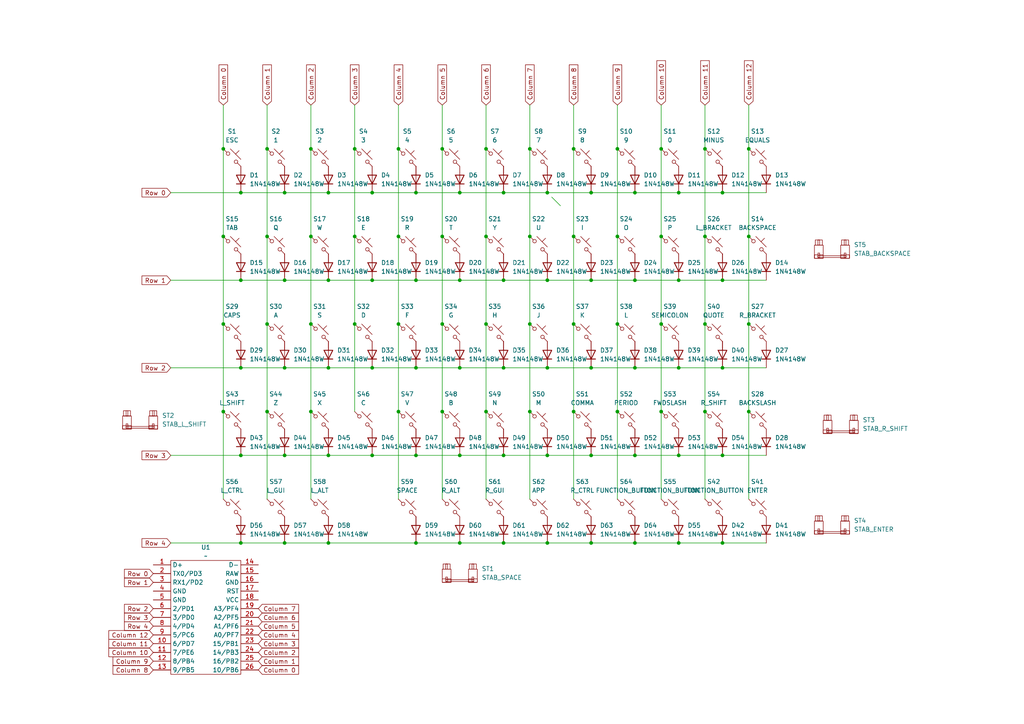
<source format=kicad_sch>
(kicad_sch (version 20231120) (generator "eeschema") (generator_version "8.0")
  (paper "A4")
  (junction (at 115.57 68.58))
  (junction (at 146.05 157.48))
  (junction (at 179.07 119.38))
  (junction (at 158.75 132.08))
  (junction (at 166.37 119.38))
  (junction (at 133.35 132.08))
  (junction (at 209.55 157.48))
  (junction (at 107.95 55.88))
  (junction (at 82.55 55.88))
  (junction (at 69.85 132.08))
  (junction (at 146.05 55.88))
  (junction (at 90.17 119.38))
  (junction (at 69.85 81.28))
  (junction (at 146.05 132.08))
  (junction (at 171.45 81.28))
  (junction (at 64.77 68.58))
  (junction (at 184.15 157.48))
  (junction (at 90.17 43.18))
  (junction (at 153.67 119.38))
  (junction (at 196.85 106.68))
  (junction (at 133.35 55.88))
  (junction (at 209.55 132.08))
  (junction (at 107.95 81.28))
  (junction (at 217.17 93.98))
  (junction (at 69.85 106.68))
  (junction (at 191.77 119.38))
  (junction (at 204.47 68.58))
  (junction (at 140.97 119.38))
  (junction (at 77.47 43.18))
  (junction (at 115.57 93.98))
  (junction (at 166.37 93.98))
  (junction (at 196.85 81.28))
  (junction (at 133.35 106.68))
  (junction (at 102.87 93.98))
  (junction (at 95.25 81.28))
  (junction (at 171.45 55.88))
  (junction (at 184.15 55.88))
  (junction (at 90.17 93.98))
  (junction (at 69.85 55.88))
  (junction (at 217.17 68.58))
  (junction (at 146.05 81.28))
  (junction (at 102.87 43.18))
  (junction (at 158.75 55.88))
  (junction (at 204.47 93.98))
  (junction (at 217.17 119.38))
  (junction (at 179.07 68.58))
  (junction (at 184.15 106.68))
  (junction (at 209.55 55.88))
  (junction (at 120.65 132.08))
  (junction (at 95.25 157.48))
  (junction (at 209.55 81.28))
  (junction (at 146.05 106.68))
  (junction (at 204.47 43.18))
  (junction (at 158.75 157.48))
  (junction (at 196.85 157.48))
  (junction (at 120.65 157.48))
  (junction (at 128.27 93.98))
  (junction (at 204.47 119.38))
  (junction (at 184.15 132.08))
  (junction (at 64.77 43.18))
  (junction (at 171.45 106.68))
  (junction (at 171.45 132.08))
  (junction (at 133.35 81.28))
  (junction (at 140.97 93.98))
  (junction (at 82.55 106.68))
  (junction (at 184.15 81.28))
  (junction (at 128.27 68.58))
  (junction (at 153.67 93.98))
  (junction (at 166.37 43.18))
  (junction (at 82.55 157.48))
  (junction (at 64.77 119.38))
  (junction (at 166.37 68.58))
  (junction (at 77.47 93.98))
  (junction (at 133.35 157.48))
  (junction (at 179.07 43.18))
  (junction (at 64.77 93.98))
  (junction (at 95.25 55.88))
  (junction (at 107.95 132.08))
  (junction (at 128.27 119.38))
  (junction (at 158.75 81.28))
  (junction (at 77.47 119.38))
  (junction (at 153.67 43.18))
  (junction (at 140.97 68.58))
  (junction (at 191.77 93.98))
  (junction (at 140.97 43.18))
  (junction (at 128.27 43.18))
  (junction (at 95.25 132.08))
  (junction (at 120.65 106.68))
  (junction (at 196.85 132.08))
  (junction (at 209.55 106.68))
  (junction (at 69.85 157.48))
  (junction (at 77.47 68.58))
  (junction (at 217.17 43.18))
  (junction (at 82.55 81.28))
  (junction (at 115.57 119.38))
  (junction (at 115.57 43.18))
  (junction (at 120.65 81.28))
  (junction (at 196.85 55.88))
  (junction (at 191.77 68.58))
  (junction (at 179.07 93.98))
  (junction (at 191.77 43.18))
  (junction (at 95.25 106.68))
  (junction (at 120.65 55.88))
  (junction (at 158.75 106.68))
  (junction (at 153.67 68.58))
  (junction (at 107.95 106.68))
  (junction (at 171.45 157.48))
  (junction (at 82.55 132.08))
  (junction (at 102.87 68.58))
  (junction (at 90.17 68.58))
  (bus_entry (at 160.02 57.15) (size 2.54 2.54))
  (wire (pts (xy 191.77 119.38) (xy 191.77 144.78)))
  (wire (pts (xy 158.75 132.08) (xy 171.45 132.08)))
  (wire (pts (xy 217.17 119.38) (xy 217.17 144.78)))
  (wire (pts (xy 82.55 132.08) (xy 95.25 132.08)))
  (wire (pts (xy 171.45 157.48) (xy 184.15 157.48)))
  (wire (pts (xy 77.47 43.18) (xy 77.47 68.58)))
  (wire (pts (xy 102.87 93.98) (xy 102.87 119.38)))
  (wire (pts (xy 217.17 68.58) (xy 217.17 93.98)))
  (wire (pts (xy 133.35 81.28) (xy 146.05 81.28)))
  (wire (pts (xy 196.85 106.68) (xy 209.55 106.68)))
  (wire (pts (xy 196.85 132.08) (xy 209.55 132.08)))
  (wire (pts (xy 146.05 55.88) (xy 158.75 55.88)))
  (wire (pts (xy 90.17 43.18) (xy 90.17 68.58)))
  (wire (pts (xy 82.55 55.88) (xy 95.25 55.88)))
  (wire (pts (xy 128.27 30.48) (xy 128.27 43.18)))
  (wire (pts (xy 191.77 68.58) (xy 191.77 93.98)))
  (wire (pts (xy 166.37 93.98) (xy 166.37 119.38)))
  (wire (pts (xy 90.17 30.48) (xy 90.17 43.18)))
  (wire (pts (xy 217.17 30.48) (xy 217.17 43.18)))
  (wire (pts (xy 204.47 43.18) (xy 204.47 68.58)))
  (wire (pts (xy 196.85 157.48) (xy 209.55 157.48)))
  (wire (pts (xy 120.65 55.88) (xy 133.35 55.88)))
  (wire (pts (xy 120.65 106.68) (xy 133.35 106.68)))
  (wire (pts (xy 69.85 55.88) (xy 82.55 55.88)))
  (wire (pts (xy 115.57 43.18) (xy 115.57 68.58)))
  (wire (pts (xy 171.45 55.88) (xy 184.15 55.88)))
  (wire (pts (xy 146.05 157.48) (xy 158.75 157.48)))
  (wire (pts (xy 95.25 157.48) (xy 120.65 157.48)))
  (wire (pts (xy 153.67 43.18) (xy 153.67 68.58)))
  (wire (pts (xy 133.35 106.68) (xy 146.05 106.68)))
  (wire (pts (xy 95.25 106.68) (xy 107.95 106.68)))
  (wire (pts (xy 179.07 43.18) (xy 179.07 68.58)))
  (wire (pts (xy 153.67 30.48) (xy 153.67 43.18)))
  (wire (pts (xy 49.53 157.48) (xy 69.85 157.48)))
  (wire (pts (xy 153.67 68.58) (xy 153.67 93.98)))
  (wire (pts (xy 153.67 93.98) (xy 153.67 119.38)))
  (wire (pts (xy 95.25 132.08) (xy 107.95 132.08)))
  (wire (pts (xy 49.53 106.68) (xy 69.85 106.68)))
  (wire (pts (xy 204.47 93.98) (xy 204.47 119.38)))
  (wire (pts (xy 77.47 30.48) (xy 77.47 43.18)))
  (wire (pts (xy 49.53 81.28) (xy 69.85 81.28)))
  (wire (pts (xy 82.55 106.68) (xy 95.25 106.68)))
  (wire (pts (xy 49.53 55.88) (xy 69.85 55.88)))
  (wire (pts (xy 171.45 132.08) (xy 184.15 132.08)))
  (wire (pts (xy 107.95 55.88) (xy 120.65 55.88)))
  (wire (pts (xy 128.27 93.98) (xy 128.27 119.38)))
  (wire (pts (xy 166.37 30.48) (xy 166.37 43.18)))
  (wire (pts (xy 209.55 157.48) (xy 222.25 157.48)))
  (wire (pts (xy 128.27 119.38) (xy 128.27 144.78)))
  (wire (pts (xy 64.77 68.58) (xy 64.77 93.98)))
  (wire (pts (xy 209.55 132.08) (xy 222.25 132.08)))
  (wire (pts (xy 133.35 157.48) (xy 146.05 157.48)))
  (wire (pts (xy 153.67 119.38) (xy 153.67 144.78)))
  (wire (pts (xy 64.77 30.48) (xy 64.77 43.18)))
  (wire (pts (xy 115.57 93.98) (xy 115.57 119.38)))
  (wire (pts (xy 217.17 43.18) (xy 217.17 68.58)))
  (wire (pts (xy 184.15 157.48) (xy 196.85 157.48)))
  (wire (pts (xy 64.77 43.18) (xy 64.77 68.58)))
  (wire (pts (xy 140.97 30.48) (xy 140.97 43.18)))
  (wire (pts (xy 179.07 119.38) (xy 179.07 144.78)))
  (wire (pts (xy 204.47 30.48) (xy 204.47 43.18)))
  (wire (pts (xy 140.97 43.18) (xy 140.97 68.58)))
  (wire (pts (xy 77.47 93.98) (xy 77.47 119.38)))
  (wire (pts (xy 191.77 93.98) (xy 191.77 119.38)))
  (wire (pts (xy 69.85 81.28) (xy 82.55 81.28)))
  (wire (pts (xy 184.15 55.88) (xy 196.85 55.88)))
  (wire (pts (xy 171.45 81.28) (xy 184.15 81.28)))
  (wire (pts (xy 166.37 68.58) (xy 166.37 93.98)))
  (wire (pts (xy 107.95 132.08) (xy 120.65 132.08)))
  (wire (pts (xy 166.37 43.18) (xy 166.37 68.58)))
  (wire (pts (xy 184.15 81.28) (xy 196.85 81.28)))
  (wire (pts (xy 204.47 68.58) (xy 204.47 93.98)))
  (wire (pts (xy 120.65 132.08) (xy 133.35 132.08)))
  (wire (pts (xy 95.25 81.28) (xy 107.95 81.28)))
  (wire (pts (xy 90.17 119.38) (xy 90.17 144.78)))
  (wire (pts (xy 90.17 93.98) (xy 90.17 119.38)))
  (wire (pts (xy 204.47 119.38) (xy 204.47 144.78)))
  (wire (pts (xy 184.15 106.68) (xy 196.85 106.68)))
  (wire (pts (xy 69.85 157.48) (xy 82.55 157.48)))
  (wire (pts (xy 49.53 132.08) (xy 69.85 132.08)))
  (wire (pts (xy 158.75 55.88) (xy 171.45 55.88)))
  (wire (pts (xy 140.97 119.38) (xy 140.97 144.78)))
  (wire (pts (xy 115.57 119.38) (xy 115.57 144.78)))
  (wire (pts (xy 217.17 93.98) (xy 217.17 119.38)))
  (wire (pts (xy 191.77 30.48) (xy 191.77 43.18)))
  (wire (pts (xy 133.35 132.08) (xy 146.05 132.08)))
  (wire (pts (xy 77.47 119.38) (xy 77.47 144.78)))
  (wire (pts (xy 171.45 106.68) (xy 184.15 106.68)))
  (wire (pts (xy 158.75 157.48) (xy 171.45 157.48)))
  (wire (pts (xy 146.05 106.68) (xy 158.75 106.68)))
  (wire (pts (xy 179.07 68.58) (xy 179.07 93.98)))
  (wire (pts (xy 102.87 43.18) (xy 102.87 68.58)))
  (wire (pts (xy 196.85 55.88) (xy 209.55 55.88)))
  (wire (pts (xy 102.87 30.48) (xy 102.87 43.18)))
  (wire (pts (xy 209.55 55.88) (xy 222.25 55.88)))
  (wire (pts (xy 107.95 106.68) (xy 120.65 106.68)))
  (wire (pts (xy 82.55 81.28) (xy 95.25 81.28)))
  (wire (pts (xy 69.85 132.08) (xy 82.55 132.08)))
  (wire (pts (xy 133.35 55.88) (xy 146.05 55.88)))
  (wire (pts (xy 69.85 106.68) (xy 82.55 106.68)))
  (wire (pts (xy 64.77 119.38) (xy 64.77 144.78)))
  (wire (pts (xy 77.47 68.58) (xy 77.47 93.98)))
  (wire (pts (xy 107.95 81.28) (xy 120.65 81.28)))
  (wire (pts (xy 82.55 157.48) (xy 95.25 157.48)))
  (wire (pts (xy 184.15 132.08) (xy 196.85 132.08)))
  (wire (pts (xy 102.87 68.58) (xy 102.87 93.98)))
  (wire (pts (xy 128.27 68.58) (xy 128.27 93.98)))
  (wire (pts (xy 209.55 81.28) (xy 222.25 81.28)))
  (wire (pts (xy 191.77 43.18) (xy 191.77 68.58)))
  (wire (pts (xy 146.05 81.28) (xy 158.75 81.28)))
  (wire (pts (xy 158.75 81.28) (xy 171.45 81.28)))
  (wire (pts (xy 140.97 68.58) (xy 140.97 93.98)))
  (wire (pts (xy 115.57 68.58) (xy 115.57 93.98)))
  (wire (pts (xy 146.05 132.08) (xy 158.75 132.08)))
  (wire (pts (xy 196.85 81.28) (xy 209.55 81.28)))
  (wire (pts (xy 90.17 68.58) (xy 90.17 93.98)))
  (wire (pts (xy 158.75 106.68) (xy 171.45 106.68)))
  (wire (pts (xy 95.25 55.88) (xy 107.95 55.88)))
  (wire (pts (xy 140.97 93.98) (xy 140.97 119.38)))
  (wire (pts (xy 120.65 81.28) (xy 133.35 81.28)))
  (wire (pts (xy 166.37 119.38) (xy 166.37 144.78)))
  (wire (pts (xy 64.77 93.98) (xy 64.77 119.38)))
  (wire (pts (xy 115.57 30.48) (xy 115.57 43.18)))
  (wire (pts (xy 179.07 93.98) (xy 179.07 119.38)))
  (wire (pts (xy 120.65 157.48) (xy 133.35 157.48)))
  (wire (pts (xy 179.07 30.48) (xy 179.07 43.18)))
  (wire (pts (xy 209.55 106.68) (xy 222.25 106.68)))
  (wire (pts (xy 128.27 43.18) (xy 128.27 68.58)))
  (global_label "Column 6" (shape input) (at 140.97 30.48 90) (property "Intersheetrefs" "${INTERSHEET_REFS}" (effects (hide yes))))
  (global_label "Row 2" (shape input) (at 44.45 176.53 180) (property "Intersheetrefs" "${INTERSHEET_REFS}" (effects (hide yes))))
  (global_label "Column 3" (shape input) (at 74.93 186.69 0) (property "Intersheetrefs" "${INTERSHEET_REFS}" (effects (hide yes))))
  (global_label "Column 6" (shape input) (at 74.93 179.07 0) (property "Intersheetrefs" "${INTERSHEET_REFS}" (effects (hide yes))))
  (global_label "Column 8" (shape input) (at 166.37 30.48 90) (property "Intersheetrefs" "${INTERSHEET_REFS}" (effects (hide yes))))
  (global_label "Column 11" (shape input) (at 204.47 30.48 90) (property "Intersheetrefs" "${INTERSHEET_REFS}" (effects (hide yes))))
  (global_label "Row 1" (shape input) (at 49.53 81.28 180) (property "Intersheetrefs" "${INTERSHEET_REFS}" (effects (hide yes))))
  (global_label "Column 0" (shape input) (at 64.77 30.48 90) (property "Intersheetrefs" "${INTERSHEET_REFS}" (effects (hide yes))))
  (global_label "Column 10" (shape input) (at 44.45 189.23 180) (property "Intersheetrefs" "${INTERSHEET_REFS}" (effects (hide yes))))
  (global_label "Row 0" (shape input) (at 49.53 55.88 180) (property "Intersheetrefs" "${INTERSHEET_REFS}" (effects (hide yes))))
  (global_label "Column 7" (shape input) (at 153.67 30.48 90) (property "Intersheetrefs" "${INTERSHEET_REFS}" (effects (hide yes))))
  (global_label "Column 9" (shape input) (at 44.45 191.77 180) (property "Intersheetrefs" "${INTERSHEET_REFS}" (effects (hide yes))))
  (global_label "Column 5" (shape input) (at 74.93 181.61 0) (property "Intersheetrefs" "${INTERSHEET_REFS}" (effects (hide yes))))
  (global_label "Column 1" (shape input) (at 74.93 191.77 0) (property "Intersheetrefs" "${INTERSHEET_REFS}" (effects (hide yes))))
  (global_label "Column 7" (shape input) (at 74.93 176.53 0) (property "Intersheetrefs" "${INTERSHEET_REFS}" (effects (hide yes))))
  (global_label "Column 10" (shape input) (at 191.77 30.48 90) (property "Intersheetrefs" "${INTERSHEET_REFS}" (effects (hide yes))))
  (global_label "Column 4" (shape input) (at 115.57 30.48 90) (property "Intersheetrefs" "${INTERSHEET_REFS}" (effects (hide yes))))
  (global_label "Row 4" (shape input) (at 49.53 157.48 180) (property "Intersheetrefs" "${INTERSHEET_REFS}" (effects (hide yes))))
  (global_label "Column 5" (shape input) (at 128.27 30.48 90) (property "Intersheetrefs" "${INTERSHEET_REFS}" (effects (hide yes))))
  (global_label "Column 1" (shape input) (at 77.47 30.48 90) (property "Intersheetrefs" "${INTERSHEET_REFS}" (effects (hide yes))))
  (global_label "Row 2" (shape input) (at 49.53 106.68 180) (property "Intersheetrefs" "${INTERSHEET_REFS}" (effects (hide yes))))
  (global_label "Row 3" (shape input) (at 49.53 132.08 180) (property "Intersheetrefs" "${INTERSHEET_REFS}" (effects (hide yes))))
  (global_label "Column 12" (shape input) (at 44.45 184.15 180) (property "Intersheetrefs" "${INTERSHEET_REFS}" (effects (hide yes))))
  (global_label "Column 11" (shape input) (at 44.45 186.69 180) (property "Intersheetrefs" "${INTERSHEET_REFS}" (effects (hide yes))))
  (global_label "Column 8" (shape input) (at 44.45 194.31 180) (property "Intersheetrefs" "${INTERSHEET_REFS}" (effects (hide yes))))
  (global_label "Column 4" (shape input) (at 74.93 184.15 0) (property "Intersheetrefs" "${INTERSHEET_REFS}" (effects (hide yes))))
  (global_label "Row 3" (shape input) (at 44.45 179.07 180) (property "Intersheetrefs" "${INTERSHEET_REFS}" (effects (hide yes))))
  (global_label "Column 12" (shape input) (at 217.17 30.48 90) (property "Intersheetrefs" "${INTERSHEET_REFS}" (effects (hide yes))))
  (global_label "Column 3" (shape input) (at 102.87 30.48 90) (property "Intersheetrefs" "${INTERSHEET_REFS}" (effects (hide yes))))
  (global_label "Column 0" (shape input) (at 74.93 194.31 0) (property "Intersheetrefs" "${INTERSHEET_REFS}" (effects (hide yes))))
  (global_label "Row 1" (shape input) (at 44.45 168.91 180) (property "Intersheetrefs" "${INTERSHEET_REFS}" (effects (hide yes))))
  (global_label "Column 2" (shape input) (at 74.93 189.23 0) (property "Intersheetrefs" "${INTERSHEET_REFS}" (effects (hide yes))))
  (global_label "Column 2" (shape input) (at 90.17 30.48 90) (property "Intersheetrefs" "${INTERSHEET_REFS}" (effects (hide yes))))
  (global_label "Row 0" (shape input) (at 44.45 166.37 180) (property "Intersheetrefs" "${INTERSHEET_REFS}" (effects (hide yes))))
  (global_label "Row 4" (shape input) (at 44.45 181.61 180) (property "Intersheetrefs" "${INTERSHEET_REFS}" (effects (hide yes))))
  (global_label "Column 9" (shape input) (at 179.07 30.48 90) (property "Intersheetrefs" "${INTERSHEET_REFS}" (effects (hide yes))))
  (symbol (lib_id "Diode:1N4148W") (at 222.25 128.27 90) (unit 1)
    (property "Reference" "D28" (at 224.79 126.9999 90) (effects (justify right)))
    (property "Value" "1N4148W" (at 224.79 129.5399 90) (effects (justify right)))
    (property "Footprint" "Diode_SMD:D_SOD-123" (effects (hide yes)))
    (property "Datasheet" "https://www.vishay.com/docs/85748/1n4148w.pdf" (effects (hide yes)))
    (property "Description" "75V 0.15A Fast Switching Diode, SOD-123" (effects (hide yes)))
    (property "Sim.Device" "D" (effects (hide yes)))
    (property "Sim.Pins" "1=K 2=A" (effects (hide yes)))
  )
  (symbol (lib_id "Diode:1N4148W") (at 158.75 128.27 90) (unit 1)
    (property "Reference" "D50" (at 161.29 126.9999 90) (effects (justify right)))
    (property "Value" "1N4148W" (at 161.29 129.5399 90) (effects (justify right)))
    (property "Footprint" "Diode_SMD:D_SOD-123" (effects (hide yes)))
    (property "Datasheet" "https://www.vishay.com/docs/85748/1n4148w.pdf" (effects (hide yes)))
    (property "Description" "75V 0.15A Fast Switching Diode, SOD-123" (effects (hide yes)))
    (property "Sim.Device" "D" (effects (hide yes)))
    (property "Sim.Pins" "1=K 2=A" (effects (hide yes)))
  )
  (symbol (lib_id "ScottoKeebs:Placeholder_Keyswitch") (at 80.01 96.52 0) (unit 1)
    (property "Reference" "S30" (at 80.01 88.9 0))
    (property "Value" "A" (at 80.01 91.44 0))
    (property "Footprint" "ScottoKeebs_MX:MX_PCB_1.00u" (effects (hide yes)))
    (property "Description" "Push button switch, normally open, two pins, 45° tilted" (effects (hide yes)))
  )
  (symbol (lib_id "PCM_marbastlib-mx:MX_stab") (at 40.64 121.92 0) (unit 1)
    (property "Reference" "ST2" (at 46.99 120.5229 0) (effects (justify left)))
    (property "Value" "STAB_L_SHIFT" (at 46.99 123.0629 0) (effects (justify left)))
    (property "Footprint" "PCM_marbastlib-mx:STAB_MX_P_2.25u" (effects (hide yes)))
    (property "Description" "Cherry MX-style stabilizer" (effects (hide yes)))
  )
  (symbol (lib_id "ScottoKeebs:Placeholder_Keyswitch") (at 207.01 96.52 0) (unit 1)
    (property "Reference" "S40" (at 207.01 88.9 0))
    (property "Value" "QUOTE" (at 207.01 91.44 0))
    (property "Footprint" "ScottoKeebs_MX:MX_PCB_1.00u" (effects (hide yes)))
    (property "Description" "Push button switch, normally open, two pins, 45° tilted" (effects (hide yes)))
  )
  (symbol (lib_id "ScottoKeebs:Placeholder_Keyswitch") (at 92.71 71.12 0) (unit 1)
    (property "Reference" "S17" (at 92.71 63.5 0))
    (property "Value" "W" (at 92.71 66.04 0))
    (property "Footprint" "ScottoKeebs_MX:MX_PCB_1.00u" (effects (hide yes)))
    (property "Description" "Push button switch, normally open, two pins, 45° tilted" (effects (hide yes)))
  )
  (symbol (lib_id "ScottoKeebs:Placeholder_Keyswitch") (at 168.91 96.52 0) (unit 1)
    (property "Reference" "S37" (at 168.91 88.9 0))
    (property "Value" "K" (at 168.91 91.44 0))
    (property "Footprint" "ScottoKeebs_MX:MX_PCB_1.00u" (effects (hide yes)))
    (property "Description" "Push button switch, normally open, two pins, 45° tilted" (effects (hide yes)))
  )
  (symbol (lib_id "Diode:1N4148W") (at 146.05 52.07 90) (unit 1)
    (property "Reference" "D7" (at 148.59 50.7999 90) (effects (justify right)))
    (property "Value" "1N4148W" (at 148.59 53.3399 90) (effects (justify right)))
    (property "Footprint" "Diode_SMD:D_SOD-123" (effects (hide yes)))
    (property "Datasheet" "https://www.vishay.com/docs/85748/1n4148w.pdf" (effects (hide yes)))
    (property "Description" "75V 0.15A Fast Switching Diode, SOD-123" (effects (hide yes)))
    (property "Sim.Device" "D" (effects (hide yes)))
    (property "Sim.Pins" "1=K 2=A" (effects (hide yes)))
  )
  (symbol (lib_id "ScottoKeebs:Placeholder_Keyswitch") (at 130.81 96.52 0) (unit 1)
    (property "Reference" "S34" (at 130.81 88.9 0))
    (property "Value" "G" (at 130.81 91.44 0))
    (property "Footprint" "ScottoKeebs_MX:MX_PCB_1.00u" (effects (hide yes)))
    (property "Description" "Push button switch, normally open, two pins, 45° tilted" (effects (hide yes)))
  )
  (symbol (lib_id "ScottoKeebs:Placeholder_Keyswitch") (at 105.41 96.52 0) (unit 1)
    (property "Reference" "S32" (at 105.41 88.9 0))
    (property "Value" "D" (at 105.41 91.44 0))
    (property "Footprint" "ScottoKeebs_MX:MX_PCB_1.00u" (effects (hide yes)))
    (property "Description" "Push button switch, normally open, two pins, 45° tilted" (effects (hide yes)))
  )
  (symbol (lib_id "ScottoKeebs:Placeholder_Keyswitch") (at 92.71 121.92 0) (unit 1)
    (property "Reference" "S45" (at 92.71 114.3 0))
    (property "Value" "X" (at 92.71 116.84 0))
    (property "Footprint" "ScottoKeebs_MX:MX_PCB_1.00u" (effects (hide yes)))
    (property "Description" "Push button switch, normally open, two pins, 45° tilted" (effects (hide yes)))
  )
  (symbol (lib_id "Diode:1N4148W") (at 120.65 77.47 90) (unit 1)
    (property "Reference" "D19" (at 123.19 76.1999 90) (effects (justify right)))
    (property "Value" "1N4148W" (at 123.19 78.7399 90) (effects (justify right)))
    (property "Footprint" "Diode_SMD:D_SOD-123" (effects (hide yes)))
    (property "Datasheet" "https://www.vishay.com/docs/85748/1n4148w.pdf" (effects (hide yes)))
    (property "Description" "75V 0.15A Fast Switching Diode, SOD-123" (effects (hide yes)))
    (property "Sim.Device" "D" (effects (hide yes)))
    (property "Sim.Pins" "1=K 2=A" (effects (hide yes)))
  )
  (symbol (lib_id "ScottoKeebs:Placeholder_Keyswitch") (at 67.31 45.72 0) (unit 1)
    (property "Reference" "S1" (at 67.31 38.1 0))
    (property "Value" "ESC" (at 67.31 40.64 0))
    (property "Footprint" "ScottoKeebs_MX:MX_PCB_1.00u" (effects (hide yes)))
    (property "Description" "Push button switch, normally open, two pins, 45° tilted" (effects (hide yes)))
  )
  (symbol (lib_id "ScottoKeebs:Placeholder_Keyswitch") (at 80.01 121.92 0) (unit 1)
    (property "Reference" "S44" (at 80.01 114.3 0))
    (property "Value" "Z" (at 80.01 116.84 0))
    (property "Footprint" "ScottoKeebs_MX:MX_PCB_1.00u" (effects (hide yes)))
    (property "Description" "Push button switch, normally open, two pins, 45° tilted" (effects (hide yes)))
  )
  (symbol (lib_id "Diode:1N4148W") (at 209.55 52.07 90) (unit 1)
    (property "Reference" "D12" (at 212.09 50.7999 90) (effects (justify right)))
    (property "Value" "1N4148W" (at 212.09 53.3399 90) (effects (justify right)))
    (property "Footprint" "Diode_SMD:D_SOD-123" (effects (hide yes)))
    (property "Datasheet" "https://www.vishay.com/docs/85748/1n4148w.pdf" (effects (hide yes)))
    (property "Description" "75V 0.15A Fast Switching Diode, SOD-123" (effects (hide yes)))
    (property "Sim.Device" "D" (effects (hide yes)))
    (property "Sim.Pins" "1=K 2=A" (effects (hide yes)))
  )
  (symbol (lib_id "ScottoKeebs:Placeholder_Keyswitch") (at 194.31 71.12 0) (unit 1)
    (property "Reference" "S25" (at 194.31 63.5 0))
    (property "Value" "P" (at 194.31 66.04 0))
    (property "Footprint" "ScottoKeebs_MX:MX_PCB_1.00u" (effects (hide yes)))
    (property "Description" "Push button switch, normally open, two pins, 45° tilted" (effects (hide yes)))
  )
  (symbol (lib_id "ScottoKeebs:MCU_Adafruit_KB2040") (at 59.69 179.07 0) (unit 1)
    (property "Reference" "U1" (at 59.69 158.75 0))
    (property "Value" "~" (at 59.69 161.29 0))
    (property "Footprint" "ScottoKeebs_MCU:Adafruit_KB2040" (effects (hide yes)))
  )
  (symbol (lib_id "Diode:1N4148W") (at 196.85 102.87 90) (unit 1)
    (property "Reference" "D39" (at 199.39 101.5999 90) (effects (justify right)))
    (property "Value" "1N4148W" (at 199.39 104.1399 90) (effects (justify right)))
    (property "Footprint" "Diode_SMD:D_SOD-123" (effects (hide yes)))
    (property "Datasheet" "https://www.vishay.com/docs/85748/1n4148w.pdf" (effects (hide yes)))
    (property "Description" "75V 0.15A Fast Switching Diode, SOD-123" (effects (hide yes)))
    (property "Sim.Device" "D" (effects (hide yes)))
    (property "Sim.Pins" "1=K 2=A" (effects (hide yes)))
  )
  (symbol (lib_id "Diode:1N4148W") (at 82.55 153.67 90) (unit 1)
    (property "Reference" "D57" (at 85.09 152.3999 90) (effects (justify right)))
    (property "Value" "1N4148W" (at 85.09 154.9399 90) (effects (justify right)))
    (property "Footprint" "Diode_SMD:D_SOD-123" (effects (hide yes)))
    (property "Datasheet" "https://www.vishay.com/docs/85748/1n4148w.pdf" (effects (hide yes)))
    (property "Description" "75V 0.15A Fast Switching Diode, SOD-123" (effects (hide yes)))
    (property "Sim.Device" "D" (effects (hide yes)))
    (property "Sim.Pins" "1=K 2=A" (effects (hide yes)))
  )
  (symbol (lib_id "ScottoKeebs:Placeholder_Keyswitch") (at 130.81 147.32 0) (unit 1)
    (property "Reference" "S60" (at 130.81 139.7 0))
    (property "Value" "R_ALT" (at 130.81 142.24 0))
    (property "Footprint" "ScottoKeebs_MX:MX_PCB_1.25u" (effects (hide yes)))
    (property "Description" "Push button switch, normally open, two pins, 45° tilted" (effects (hide yes)))
  )
  (symbol (lib_id "ScottoKeebs:Placeholder_Keyswitch") (at 207.01 147.32 0) (unit 1)
    (property "Reference" "S42" (at 207.01 139.7 0))
    (property "Value" "FUNCTION_BUTTON" (at 207.01 142.24 0))
    (property "Footprint" "ScottoKeebs_MX:MX_PCB_1.00u" (effects (hide yes)))
    (property "Description" "Push button switch, normally open, two pins, 45° tilted" (effects (hide yes)))
  )
  (symbol (lib_id "ScottoKeebs:Placeholder_Keyswitch") (at 130.81 45.72 0) (unit 1)
    (property "Reference" "S6" (at 130.81 38.1 0))
    (property "Value" "5" (at 130.81 40.64 0))
    (property "Footprint" "ScottoKeebs_MX:MX_PCB_1.00u" (effects (hide yes)))
    (property "Description" "Push button switch, normally open, two pins, 45° tilted" (effects (hide yes)))
  )
  (symbol (lib_id "Diode:1N4148W") (at 222.25 102.87 90) (unit 1)
    (property "Reference" "D27" (at 224.79 101.5999 90) (effects (justify right)))
    (property "Value" "1N4148W" (at 224.79 104.1399 90) (effects (justify right)))
    (property "Footprint" "Diode_SMD:D_SOD-123" (effects (hide yes)))
    (property "Datasheet" "https://www.vishay.com/docs/85748/1n4148w.pdf" (effects (hide yes)))
    (property "Description" "75V 0.15A Fast Switching Diode, SOD-123" (effects (hide yes)))
    (property "Sim.Device" "D" (effects (hide yes)))
    (property "Sim.Pins" "1=K 2=A" (effects (hide yes)))
  )
  (symbol (lib_id "Diode:1N4148W") (at 209.55 128.27 90) (unit 1)
    (property "Reference" "D54" (at 212.09 126.9999 90) (effects (justify right)))
    (property "Value" "1N4148W" (at 212.09 129.5399 90) (effects (justify right)))
    (property "Footprint" "Diode_SMD:D_SOD-123" (effects (hide yes)))
    (property "Datasheet" "https://www.vishay.com/docs/85748/1n4148w.pdf" (effects (hide yes)))
    (property "Description" "75V 0.15A Fast Switching Diode, SOD-123" (effects (hide yes)))
    (property "Sim.Device" "D" (effects (hide yes)))
    (property "Sim.Pins" "1=K 2=A" (effects (hide yes)))
  )
  (symbol (lib_id "Diode:1N4148W") (at 146.05 128.27 90) (unit 1)
    (property "Reference" "D49" (at 148.59 126.9999 90) (effects (justify right)))
    (property "Value" "1N4148W" (at 148.59 129.5399 90) (effects (justify right)))
    (property "Footprint" "Diode_SMD:D_SOD-123" (effects (hide yes)))
    (property "Datasheet" "https://www.vishay.com/docs/85748/1n4148w.pdf" (effects (hide yes)))
    (property "Description" "75V 0.15A Fast Switching Diode, SOD-123" (effects (hide yes)))
    (property "Sim.Device" "D" (effects (hide yes)))
    (property "Sim.Pins" "1=K 2=A" (effects (hide yes)))
  )
  (symbol (lib_id "ScottoKeebs:Placeholder_Keyswitch") (at 92.71 96.52 0) (unit 1)
    (property "Reference" "S31" (at 92.71 88.9 0))
    (property "Value" "S" (at 92.71 91.44 0))
    (property "Footprint" "ScottoKeebs_MX:MX_PCB_1.00u" (effects (hide yes)))
    (property "Description" "Push button switch, normally open, two pins, 45° tilted" (effects (hide yes)))
  )
  (symbol (lib_id "ScottoKeebs:Placeholder_Keyswitch") (at 181.61 71.12 0) (unit 1)
    (property "Reference" "S24" (at 181.61 63.5 0))
    (property "Value" "O" (at 181.61 66.04 0))
    (property "Footprint" "ScottoKeebs_MX:MX_PCB_1.00u" (effects (hide yes)))
    (property "Description" "Push button switch, normally open, two pins, 45° tilted" (effects (hide yes)))
  )
  (symbol (lib_id "ScottoKeebs:Placeholder_Keyswitch") (at 143.51 121.92 0) (unit 1)
    (property "Reference" "S49" (at 143.51 114.3 0))
    (property "Value" "N" (at 143.51 116.84 0))
    (property "Footprint" "ScottoKeebs_MX:MX_PCB_1.00u" (effects (hide yes)))
    (property "Description" "Push button switch, normally open, two pins, 45° tilted" (effects (hide yes)))
  )
  (symbol (lib_id "ScottoKeebs:Placeholder_Keyswitch") (at 219.71 45.72 0) (unit 1)
    (property "Reference" "S13" (at 219.71 38.1 0))
    (property "Value" "EQUALS" (at 219.71 40.64 0))
    (property "Footprint" "ScottoKeebs_MX:MX_PCB_1.00u" (effects (hide yes)))
    (property "Description" "Push button switch, normally open, two pins, 45° tilted" (effects (hide yes)))
  )
  (symbol (lib_id "Diode:1N4148W") (at 82.55 128.27 90) (unit 1)
    (property "Reference" "D44" (at 85.09 126.9999 90) (effects (justify right)))
    (property "Value" "1N4148W" (at 85.09 129.5399 90) (effects (justify right)))
    (property "Footprint" "Diode_SMD:D_SOD-123" (effects (hide yes)))
    (property "Datasheet" "https://www.vishay.com/docs/85748/1n4148w.pdf" (effects (hide yes)))
    (property "Description" "75V 0.15A Fast Switching Diode, SOD-123" (effects (hide yes)))
    (property "Sim.Device" "D" (effects (hide yes)))
    (property "Sim.Pins" "1=K 2=A" (effects (hide yes)))
  )
  (symbol (lib_id "Diode:1N4148W") (at 184.15 77.47 90) (unit 1)
    (property "Reference" "D24" (at 186.69 76.1999 90) (effects (justify right)))
    (property "Value" "1N4148W" (at 186.69 78.7399 90) (effects (justify right)))
    (property "Footprint" "Diode_SMD:D_SOD-123" (effects (hide yes)))
    (property "Datasheet" "https://www.vishay.com/docs/85748/1n4148w.pdf" (effects (hide yes)))
    (property "Description" "75V 0.15A Fast Switching Diode, SOD-123" (effects (hide yes)))
    (property "Sim.Device" "D" (effects (hide yes)))
    (property "Sim.Pins" "1=K 2=A" (effects (hide yes)))
  )
  (symbol (lib_id "ScottoKeebs:Placeholder_Keyswitch") (at 156.21 96.52 0) (unit 1)
    (property "Reference" "S36" (at 156.21 88.9 0))
    (property "Value" "J" (at 156.21 91.44 0))
    (property "Footprint" "ScottoKeebs_MX:MX_PCB_1.00u" (effects (hide yes)))
    (property "Description" "Push button switch, normally open, two pins, 45° tilted" (effects (hide yes)))
  )
  (symbol (lib_id "Diode:1N4148W") (at 171.45 128.27 90) (unit 1)
    (property "Reference" "D51" (at 173.99 126.9999 90) (effects (justify right)))
    (property "Value" "1N4148W" (at 173.99 129.5399 90) (effects (justify right)))
    (property "Footprint" "Diode_SMD:D_SOD-123" (effects (hide yes)))
    (property "Datasheet" "https://www.vishay.com/docs/85748/1n4148w.pdf" (effects (hide yes)))
    (property "Description" "75V 0.15A Fast Switching Diode, SOD-123" (effects (hide yes)))
    (property "Sim.Device" "D" (effects (hide yes)))
    (property "Sim.Pins" "1=K 2=A" (effects (hide yes)))
  )
  (symbol (lib_id "ScottoKeebs:Placeholder_Keyswitch") (at 194.31 121.92 0) (unit 1)
    (property "Reference" "S53" (at 194.31 114.3 0))
    (property "Value" "FWDSLASH" (at 194.31 116.84 0))
    (property "Footprint" "ScottoKeebs_MX:MX_PCB_1.00u" (effects (hide yes)))
    (property "Description" "Push button switch, normally open, two pins, 45° tilted" (effects (hide yes)))
  )
  (symbol (lib_id "ScottoKeebs:Placeholder_Keyswitch") (at 118.11 147.32 0) (unit 1)
    (property "Reference" "S59" (at 118.11 139.7 0))
    (property "Value" "SPACE" (at 118.11 142.24 0))
    (property "Footprint" "ScottoKeebs_MX:MX_PCB_6.25u" (effects (hide yes)))
    (property "Description" "Push button switch, normally open, two pins, 45° tilted" (effects (hide yes)))
  )
  (symbol (lib_id "ScottoKeebs:Placeholder_Keyswitch") (at 168.91 45.72 0) (unit 1)
    (property "Reference" "S9" (at 168.91 38.1 0))
    (property "Value" "8" (at 168.91 40.64 0))
    (property "Footprint" "ScottoKeebs_MX:MX_PCB_1.00u" (effects (hide yes)))
    (property "Description" "Push button switch, normally open, two pins, 45° tilted" (effects (hide yes)))
  )
  (symbol (lib_id "ScottoKeebs:Placeholder_Keyswitch") (at 80.01 45.72 0) (unit 1)
    (property "Reference" "S2" (at 80.01 38.1 0))
    (property "Value" "1" (at 80.01 40.64 0))
    (property "Footprint" "ScottoKeebs_MX:MX_PCB_1.00u" (effects (hide yes)))
    (property "Description" "Push button switch, normally open, two pins, 45° tilted" (effects (hide yes)))
  )
  (symbol (lib_id "ScottoKeebs:Placeholder_Keyswitch") (at 181.61 121.92 0) (unit 1)
    (property "Reference" "S52" (at 181.61 114.3 0))
    (property "Value" "PERIOD" (at 181.61 116.84 0))
    (property "Footprint" "ScottoKeebs_MX:MX_PCB_1.00u" (effects (hide yes)))
    (property "Description" "Push button switch, normally open, two pins, 45° tilted" (effects (hide yes)))
  )
  (symbol (lib_id "ScottoKeebs:Placeholder_Keyswitch") (at 207.01 71.12 0) (unit 1)
    (property "Reference" "S26" (at 207.01 63.5 0))
    (property "Value" "L_BRACKET" (at 207.01 66.04 0))
    (property "Footprint" "ScottoKeebs_MX:MX_PCB_1.00u" (effects (hide yes)))
    (property "Description" "Push button switch, normally open, two pins, 45° tilted" (effects (hide yes)))
  )
  (symbol (lib_id "Diode:1N4148W") (at 158.75 52.07 90) (unit 1)
    (property "Reference" "D8" (at 161.29 50.7999 90) (effects (justify right)))
    (property "Value" "1N4148W" (at 161.29 53.3399 90) (effects (justify right)))
    (property "Footprint" "Diode_SMD:D_SOD-123" (effects (hide yes)))
    (property "Datasheet" "https://www.vishay.com/docs/85748/1n4148w.pdf" (effects (hide yes)))
    (property "Description" "75V 0.15A Fast Switching Diode, SOD-123" (effects (hide yes)))
    (property "Sim.Device" "D" (effects (hide yes)))
    (property "Sim.Pins" "1=K 2=A" (effects (hide yes)))
  )
  (symbol (lib_id "Diode:1N4148W") (at 196.85 153.67 90) (unit 1)
    (property "Reference" "D55" (at 199.39 152.3999 90) (effects (justify right)))
    (property "Value" "1N4148W" (at 199.39 154.9399 90) (effects (justify right)))
    (property "Footprint" "Diode_SMD:D_SOD-123" (effects (hide yes)))
    (property "Datasheet" "https://www.vishay.com/docs/85748/1n4148w.pdf" (effects (hide yes)))
    (property "Description" "75V 0.15A Fast Switching Diode, SOD-123" (effects (hide yes)))
    (property "Sim.Device" "D" (effects (hide yes)))
    (property "Sim.Pins" "1=K 2=A" (effects (hide yes)))
  )
  (symbol (lib_id "Diode:1N4148W") (at 209.55 102.87 90) (unit 1)
    (property "Reference" "D40" (at 212.09 101.5999 90) (effects (justify right)))
    (property "Value" "1N4148W" (at 212.09 104.1399 90) (effects (justify right)))
    (property "Footprint" "Diode_SMD:D_SOD-123" (effects (hide yes)))
    (property "Datasheet" "https://www.vishay.com/docs/85748/1n4148w.pdf" (effects (hide yes)))
    (property "Description" "75V 0.15A Fast Switching Diode, SOD-123" (effects (hide yes)))
    (property "Sim.Device" "D" (effects (hide yes)))
    (property "Sim.Pins" "1=K 2=A" (effects (hide yes)))
  )
  (symbol (lib_id "ScottoKeebs:Placeholder_Keyswitch") (at 67.31 96.52 0) (unit 1)
    (property "Reference" "S29" (at 67.31 88.9 0))
    (property "Value" "CAPS" (at 67.31 91.44 0))
    (property "Footprint" "ScottoKeebs_MX:MX_PCB_1.75u" (effects (hide yes)))
    (property "Description" "Push button switch, normally open, two pins, 45° tilted" (effects (hide yes)))
  )
  (symbol (lib_id "ScottoKeebs:Placeholder_Keyswitch") (at 143.51 71.12 0) (unit 1)
    (property "Reference" "S21" (at 143.51 63.5 0))
    (property "Value" "Y" (at 143.51 66.04 0))
    (property "Footprint" "ScottoKeebs_MX:MX_PCB_1.00u" (effects (hide yes)))
    (property "Description" "Push button switch, normally open, two pins, 45° tilted" (effects (hide yes)))
  )
  (symbol (lib_id "ScottoKeebs:Placeholder_Keyswitch") (at 130.81 71.12 0) (unit 1)
    (property "Reference" "S20" (at 130.81 63.5 0))
    (property "Value" "T" (at 130.81 66.04 0))
    (property "Footprint" "ScottoKeebs_MX:MX_PCB_1.00u" (effects (hide yes)))
    (property "Description" "Push button switch, normally open, two pins, 45° tilted" (effects (hide yes)))
  )
  (symbol (lib_id "Diode:1N4148W") (at 107.95 52.07 90) (unit 1)
    (property "Reference" "D4" (at 110.49 50.7999 90) (effects (justify right)))
    (property "Value" "1N4148W" (at 110.49 53.3399 90) (effects (justify right)))
    (property "Footprint" "Diode_SMD:D_SOD-123" (effects (hide yes)))
    (property "Datasheet" "https://www.vishay.com/docs/85748/1n4148w.pdf" (effects (hide yes)))
    (property "Description" "75V 0.15A Fast Switching Diode, SOD-123" (effects (hide yes)))
    (property "Sim.Device" "D" (effects (hide yes)))
    (property "Sim.Pins" "1=K 2=A" (effects (hide yes)))
  )
  (symbol (lib_id "Diode:1N4148W") (at 222.25 77.47 90) (unit 1)
    (property "Reference" "D14" (at 224.79 76.1999 90) (effects (justify right)))
    (property "Value" "1N4148W" (at 224.79 78.7399 90) (effects (justify right)))
    (property "Footprint" "Diode_SMD:D_SOD-123" (effects (hide yes)))
    (property "Datasheet" "https://www.vishay.com/docs/85748/1n4148w.pdf" (effects (hide yes)))
    (property "Description" "75V 0.15A Fast Switching Diode, SOD-123" (effects (hide yes)))
    (property "Sim.Device" "D" (effects (hide yes)))
    (property "Sim.Pins" "1=K 2=A" (effects (hide yes)))
  )
  (symbol (lib_id "Diode:1N4148W") (at 133.35 52.07 90) (unit 1)
    (property "Reference" "D6" (at 135.89 50.7999 90) (effects (justify right)))
    (property "Value" "1N4148W" (at 135.89 53.3399 90) (effects (justify right)))
    (property "Footprint" "Diode_SMD:D_SOD-123" (effects (hide yes)))
    (property "Datasheet" "https://www.vishay.com/docs/85748/1n4148w.pdf" (effects (hide yes)))
    (property "Description" "75V 0.15A Fast Switching Diode, SOD-123" (effects (hide yes)))
    (property "Sim.Device" "D" (effects (hide yes)))
    (property "Sim.Pins" "1=K 2=A" (effects (hide yes)))
  )
  (symbol (lib_id "ScottoKeebs:Placeholder_Keyswitch") (at 168.91 121.92 0) (unit 1)
    (property "Reference" "S51" (at 168.91 114.3 0))
    (property "Value" "COMMA" (at 168.91 116.84 0))
    (property "Footprint" "ScottoKeebs_MX:MX_PCB_1.00u" (effects (hide yes)))
    (property "Description" "Push button switch, normally open, two pins, 45° tilted" (effects (hide yes)))
  )
  (symbol (lib_id "Diode:1N4148W") (at 171.45 52.07 90) (unit 1)
    (property "Reference" "D9" (at 173.99 50.7999 90) (effects (justify right)))
    (property "Value" "1N4148W" (at 173.99 53.3399 90) (effects (justify right)))
    (property "Footprint" "Diode_SMD:D_SOD-123" (effects (hide yes)))
    (property "Datasheet" "https://www.vishay.com/docs/85748/1n4148w.pdf" (effects (hide yes)))
    (property "Description" "75V 0.15A Fast Switching Diode, SOD-123" (effects (hide yes)))
    (property "Sim.Device" "D" (effects (hide yes)))
    (property "Sim.Pins" "1=K 2=A" (effects (hide yes)))
  )
  (symbol (lib_id "Diode:1N4148W") (at 120.65 102.87 90) (unit 1)
    (property "Reference" "D33" (at 123.19 101.5999 90) (effects (justify right)))
    (property "Value" "1N4148W" (at 123.19 104.1399 90) (effects (justify right)))
    (property "Footprint" "Diode_SMD:D_SOD-123" (effects (hide yes)))
    (property "Datasheet" "https://www.vishay.com/docs/85748/1n4148w.pdf" (effects (hide yes)))
    (property "Description" "75V 0.15A Fast Switching Diode, SOD-123" (effects (hide yes)))
    (property "Sim.Device" "D" (effects (hide yes)))
    (property "Sim.Pins" "1=K 2=A" (effects (hide yes)))
  )
  (symbol (lib_id "ScottoKeebs:Placeholder_Keyswitch") (at 92.71 147.32 0) (unit 1)
    (property "Reference" "S58" (at 92.71 139.7 0))
    (property "Value" "L_ALT" (at 92.71 142.24 0))
    (property "Footprint" "ScottoKeebs_MX:MX_PCB_1.25u" (effects (hide yes)))
    (property "Description" "Push button switch, normally open, two pins, 45° tilted" (effects (hide yes)))
  )
  (symbol (lib_id "ScottoKeebs:Placeholder_Keyswitch") (at 130.81 121.92 0) (unit 1)
    (property "Reference" "S48" (at 130.81 114.3 0))
    (property "Value" "B" (at 130.81 116.84 0))
    (property "Footprint" "ScottoKeebs_MX:MX_PCB_1.00u" (effects (hide yes)))
    (property "Description" "Push button switch, normally open, two pins, 45° tilted" (effects (hide yes)))
  )
  (symbol (lib_id "PCM_marbastlib-mx:MX_stab") (at 133.35 166.37 0) (unit 1)
    (property "Reference" "ST1" (at 139.7 164.9729 0) (effects (justify left)))
    (property "Value" "STAB_SPACE" (at 139.7 167.5129 0) (effects (justify left)))
    (property "Footprint" "PCM_marbastlib-mx:STAB_MX_P_6.25u" (effects (hide yes)))
    (property "Description" "Cherry MX-style stabilizer" (effects (hide yes)))
  )
  (symbol (lib_id "ScottoKeebs:Placeholder_Keyswitch") (at 181.61 96.52 0) (unit 1)
    (property "Reference" "S38" (at 181.61 88.9 0))
    (property "Value" "L" (at 181.61 91.44 0))
    (property "Footprint" "ScottoKeebs_MX:MX_PCB_1.00u" (effects (hide yes)))
    (property "Description" "Push button switch, normally open, two pins, 45° tilted" (effects (hide yes)))
  )
  (symbol (lib_id "ScottoKeebs:Placeholder_Keyswitch") (at 92.71 45.72 0) (unit 1)
    (property "Reference" "S3" (at 92.71 38.1 0))
    (property "Value" "2" (at 92.71 40.64 0))
    (property "Footprint" "ScottoKeebs_MX:MX_PCB_1.00u" (effects (hide yes)))
    (property "Description" "Push button switch, normally open, two pins, 45° tilted" (effects (hide yes)))
  )
  (symbol (lib_id "ScottoKeebs:Placeholder_Keyswitch") (at 80.01 71.12 0) (unit 1)
    (property "Reference" "S16" (at 80.01 63.5 0))
    (property "Value" "Q" (at 80.01 66.04 0))
    (property "Footprint" "ScottoKeebs_MX:MX_PCB_1.00u" (effects (hide yes)))
    (property "Description" "Push button switch, normally open, two pins, 45° tilted" (effects (hide yes)))
  )
  (symbol (lib_id "ScottoKeebs:Placeholder_Keyswitch") (at 156.21 71.12 0) (unit 1)
    (property "Reference" "S22" (at 156.21 63.5 0))
    (property "Value" "U" (at 156.21 66.04 0))
    (property "Footprint" "ScottoKeebs_MX:MX_PCB_1.00u" (effects (hide yes)))
    (property "Description" "Push button switch, normally open, two pins, 45° tilted" (effects (hide yes)))
  )
  (symbol (lib_id "Diode:1N4148W") (at 184.15 153.67 90) (unit 1)
    (property "Reference" "D64" (at 186.69 152.3999 90) (effects (justify right)))
    (property "Value" "1N4148W" (at 186.69 154.9399 90) (effects (justify right)))
    (property "Footprint" "Diode_SMD:D_SOD-123" (effects (hide yes)))
    (property "Datasheet" "https://www.vishay.com/docs/85748/1n4148w.pdf" (effects (hide yes)))
    (property "Description" "75V 0.15A Fast Switching Diode, SOD-123" (effects (hide yes)))
    (property "Sim.Device" "D" (effects (hide yes)))
    (property "Sim.Pins" "1=K 2=A" (effects (hide yes)))
  )
  (symbol (lib_id "ScottoKeebs:Placeholder_Keyswitch") (at 219.71 71.12 0) (unit 1)
    (property "Reference" "S14" (at 219.71 63.5 0))
    (property "Value" "BACKSPACE" (at 219.71 66.04 0))
    (property "Footprint" "ScottoKeebs_MX:MX_PCB_2.00u" (effects (hide yes)))
    (property "Description" "Push button switch, normally open, two pins, 45° tilted" (effects (hide yes)))
  )
  (symbol (lib_id "Diode:1N4148W") (at 69.85 77.47 90) (unit 1)
    (property "Reference" "D15" (at 72.39 76.1999 90) (effects (justify right)))
    (property "Value" "1N4148W" (at 72.39 78.7399 90) (effects (justify right)))
    (property "Footprint" "Diode_SMD:D_SOD-123" (effects (hide yes)))
    (property "Datasheet" "https://www.vishay.com/docs/85748/1n4148w.pdf" (effects (hide yes)))
    (property "Description" "75V 0.15A Fast Switching Diode, SOD-123" (effects (hide yes)))
    (property "Sim.Device" "D" (effects (hide yes)))
    (property "Sim.Pins" "1=K 2=A" (effects (hide yes)))
  )
  (symbol (lib_id "ScottoKeebs:Placeholder_Keyswitch") (at 219.71 121.92 0) (unit 1)
    (property "Reference" "S28" (at 219.71 114.3 0))
    (property "Value" "BACKSLASH" (at 219.71 116.84 0))
    (property "Footprint" "ScottoKeebs_MX:MX_PCB_1.50u" (effects (hide yes)))
    (property "Description" "Push button switch, normally open, two pins, 45° tilted" (effects (hide yes)))
  )
  (symbol (lib_id "ScottoKeebs:Placeholder_Keyswitch") (at 143.51 45.72 0) (unit 1)
    (property "Reference" "S7" (at 143.51 38.1 0))
    (property "Value" "6" (at 143.51 40.64 0))
    (property "Footprint" "ScottoKeebs_MX:MX_PCB_1.00u" (effects (hide yes)))
    (property "Description" "Push button switch, normally open, two pins, 45° tilted" (effects (hide yes)))
  )
  (symbol (lib_id "ScottoKeebs:Placeholder_Keyswitch") (at 168.91 71.12 0) (unit 1)
    (property "Reference" "S23" (at 168.91 63.5 0))
    (property "Value" "I" (at 168.91 66.04 0))
    (property "Footprint" "ScottoKeebs_MX:MX_PCB_1.00u" (effects (hide yes)))
    (property "Description" "Push button switch, normally open, two pins, 45° tilted" (effects (hide yes)))
  )
  (symbol (lib_id "ScottoKeebs:Placeholder_Keyswitch") (at 105.41 71.12 0) (unit 1)
    (property "Reference" "S18" (at 105.41 63.5 0))
    (property "Value" "E" (at 105.41 66.04 0))
    (property "Footprint" "ScottoKeebs_MX:MX_PCB_1.00u" (effects (hide yes)))
    (property "Description" "Push button switch, normally open, two pins, 45° tilted" (effects (hide yes)))
  )
  (symbol (lib_id "Diode:1N4148W") (at 158.75 102.87 90) (unit 1)
    (property "Reference" "D36" (at 161.29 101.5999 90) (effects (justify right)))
    (property "Value" "1N4148W" (at 161.29 104.1399 90) (effects (justify right)))
    (property "Footprint" "Diode_SMD:D_SOD-123" (effects (hide yes)))
    (property "Datasheet" "https://www.vishay.com/docs/85748/1n4148w.pdf" (effects (hide yes)))
    (property "Description" "75V 0.15A Fast Switching Diode, SOD-123" (effects (hide yes)))
    (property "Sim.Device" "D" (effects (hide yes)))
    (property "Sim.Pins" "1=K 2=A" (effects (hide yes)))
  )
  (symbol (lib_id "Diode:1N4148W") (at 146.05 77.47 90) (unit 1)
    (property "Reference" "D21" (at 148.59 76.1999 90) (effects (justify right)))
    (property "Value" "1N4148W" (at 148.59 78.7399 90) (effects (justify right)))
    (property "Footprint" "Diode_SMD:D_SOD-123" (effects (hide yes)))
    (property "Datasheet" "https://www.vishay.com/docs/85748/1n4148w.pdf" (effects (hide yes)))
    (property "Description" "75V 0.15A Fast Switching Diode, SOD-123" (effects (hide yes)))
    (property "Sim.Device" "D" (effects (hide yes)))
    (property "Sim.Pins" "1=K 2=A" (effects (hide yes)))
  )
  (symbol (lib_id "Diode:1N4148W") (at 146.05 153.67 90) (unit 1)
    (property "Reference" "D61" (at 148.59 152.3999 90) (effects (justify right)))
    (property "Value" "1N4148W" (at 148.59 154.9399 90) (effects (justify right)))
    (property "Footprint" "Diode_SMD:D_SOD-123" (effects (hide yes)))
    (property "Datasheet" "https://www.vishay.com/docs/85748/1n4148w.pdf" (effects (hide yes)))
    (property "Description" "75V 0.15A Fast Switching Diode, SOD-123" (effects (hide yes)))
    (property "Sim.Device" "D" (effects (hide yes)))
    (property "Sim.Pins" "1=K 2=A" (effects (hide yes)))
  )
  (symbol (lib_id "Diode:1N4148W") (at 222.25 52.07 90) (unit 1)
    (property "Reference" "D13" (at 224.79 50.7999 90) (effects (justify right)))
    (property "Value" "1N4148W" (at 224.79 53.3399 90) (effects (justify right)))
    (property "Footprint" "Diode_SMD:D_SOD-123" (effects (hide yes)))
    (property "Datasheet" "https://www.vishay.com/docs/85748/1n4148w.pdf" (effects (hide yes)))
    (property "Description" "75V 0.15A Fast Switching Diode, SOD-123" (effects (hide yes)))
    (property "Sim.Device" "D" (effects (hide yes)))
    (property "Sim.Pins" "1=K 2=A" (effects (hide yes)))
  )
  (symbol (lib_id "Diode:1N4148W") (at 95.25 102.87 90) (unit 1)
    (property "Reference" "D31" (at 97.79 101.5999 90) (effects (justify right)))
    (property "Value" "1N4148W" (at 97.79 104.1399 90) (effects (justify right)))
    (property "Footprint" "Diode_SMD:D_SOD-123" (effects (hide yes)))
    (property "Datasheet" "https://www.vishay.com/docs/85748/1n4148w.pdf" (effects (hide yes)))
    (property "Description" "75V 0.15A Fast Switching Diode, SOD-123" (effects (hide yes)))
    (property "Sim.Device" "D" (effects (hide yes)))
    (property "Sim.Pins" "1=K 2=A" (effects (hide yes)))
  )
  (symbol (lib_id "ScottoKeebs:Placeholder_Keyswitch") (at 181.61 147.32 0) (unit 1)
    (property "Reference" "S64" (at 181.61 139.7 0))
    (property "Value" "FUNCTION_BUTTON" (at 181.61 142.24 0))
    (property "Footprint" "ScottoKeebs_MX:MX_PCB_1.00u" (effects (hide yes)))
    (property "Description" "Push button switch, normally open, two pins, 45° tilted" (effects (hide yes)))
  )
  (symbol (lib_id "ScottoKeebs:Placeholder_Keyswitch") (at 219.71 147.32 0) (unit 1)
    (property "Reference" "S41" (at 219.71 139.7 0))
    (property "Value" "ENTER" (at 219.71 142.24 0))
    (property "Footprint" "ScottoKeebs_MX:MX_PCB_2.25u" (effects (hide yes)))
    (property "Description" "Push button switch, normally open, two pins, 45° tilted" (effects (hide yes)))
  )
  (symbol (lib_id "ScottoKeebs:Placeholder_Keyswitch") (at 118.11 71.12 0) (unit 1)
    (property "Reference" "S19" (at 118.11 63.5 0))
    (property "Value" "R" (at 118.11 66.04 0))
    (property "Footprint" "ScottoKeebs_MX:MX_PCB_1.00u" (effects (hide yes)))
    (property "Description" "Push button switch, normally open, two pins, 45° tilted" (effects (hide yes)))
  )
  (symbol (lib_id "ScottoKeebs:Placeholder_Keyswitch") (at 143.51 147.32 0) (unit 1)
    (property "Reference" "S61" (at 143.51 139.7 0))
    (property "Value" "R_GUI" (at 143.51 142.24 0))
    (property "Footprint" "ScottoKeebs_MX:MX_PCB_1.25u" (effects (hide yes)))
    (property "Description" "Push button switch, normally open, two pins, 45° tilted" (effects (hide yes)))
  )
  (symbol (lib_id "Diode:1N4148W") (at 107.95 77.47 90) (unit 1)
    (property "Reference" "D18" (at 110.49 76.1999 90) (effects (justify right)))
    (property "Value" "1N4148W" (at 110.49 78.7399 90) (effects (justify right)))
    (property "Footprint" "Diode_SMD:D_SOD-123" (effects (hide yes)))
    (property "Datasheet" "https://www.vishay.com/docs/85748/1n4148w.pdf" (effects (hide yes)))
    (property "Description" "75V 0.15A Fast Switching Diode, SOD-123" (effects (hide yes)))
    (property "Sim.Device" "D" (effects (hide yes)))
    (property "Sim.Pins" "1=K 2=A" (effects (hide yes)))
  )
  (symbol (lib_id "PCM_marbastlib-mx:MX_stab") (at 241.3 152.4 0) (unit 1)
    (property "Reference" "ST4" (at 247.65 151.0029 0) (effects (justify left)))
    (property "Value" "STAB_ENTER" (at 247.65 153.5429 0) (effects (justify left)))
    (property "Footprint" "PCM_marbastlib-mx:STAB_MX_P_2.25u" (effects (hide yes)))
    (property "Description" "Cherry MX-style stabilizer" (effects (hide yes)))
  )
  (symbol (lib_id "ScottoKeebs:Placeholder_Keyswitch") (at 194.31 147.32 0) (unit 1)
    (property "Reference" "S55" (at 194.31 139.7 0))
    (property "Value" "FUNCTION_BUTTON" (at 194.31 142.24 0))
    (property "Footprint" "ScottoKeebs_MX:MX_PCB_1.00u" (effects (hide yes)))
    (property "Description" "Push button switch, normally open, two pins, 45° tilted" (effects (hide yes)))
  )
  (symbol (lib_id "ScottoKeebs:Placeholder_Keyswitch") (at 194.31 96.52 0) (unit 1)
    (property "Reference" "S39" (at 194.31 88.9 0))
    (property "Value" "SEMICOLON" (at 194.31 91.44 0))
    (property "Footprint" "ScottoKeebs_MX:MX_PCB_1.00u" (effects (hide yes)))
    (property "Description" "Push button switch, normally open, two pins, 45° tilted" (effects (hide yes)))
  )
  (symbol (lib_id "ScottoKeebs:Placeholder_Keyswitch") (at 67.31 71.12 0) (unit 1)
    (property "Reference" "S15" (at 67.31 63.5 0))
    (property "Value" "TAB" (at 67.31 66.04 0))
    (property "Footprint" "ScottoKeebs_MX:MX_PCB_1.50u" (effects (hide yes)))
    (property "Description" "Push button switch, normally open, two pins, 45° tilted" (effects (hide yes)))
  )
  (symbol (lib_id "Diode:1N4148W") (at 120.65 153.67 90) (unit 1)
    (property "Reference" "D59" (at 123.19 152.3999 90) (effects (justify right)))
    (property "Value" "1N4148W" (at 123.19 154.9399 90) (effects (justify right)))
    (property "Footprint" "Diode_SMD:D_SOD-123" (effects (hide yes)))
    (property "Datasheet" "https://www.vishay.com/docs/85748/1n4148w.pdf" (effects (hide yes)))
    (property "Description" "75V 0.15A Fast Switching Diode, SOD-123" (effects (hide yes)))
    (property "Sim.Device" "D" (effects (hide yes)))
    (property "Sim.Pins" "1=K 2=A" (effects (hide yes)))
  )
  (symbol (lib_id "ScottoKeebs:Placeholder_Keyswitch") (at 118.11 45.72 0) (unit 1)
    (property "Reference" "S5" (at 118.11 38.1 0))
    (property "Value" "4" (at 118.11 40.64 0))
    (property "Footprint" "ScottoKeebs_MX:MX_PCB_1.00u" (effects (hide yes)))
    (property "Description" "Push button switch, normally open, two pins, 45° tilted" (effects (hide yes)))
  )
  (symbol (lib_id "Diode:1N4148W") (at 107.95 102.87 90) (unit 1)
    (property "Reference" "D32" (at 110.49 101.5999 90) (effects (justify right)))
    (property "Value" "1N4148W" (at 110.49 104.1399 90) (effects (justify right)))
    (property "Footprint" "Diode_SMD:D_SOD-123" (effects (hide yes)))
    (property "Datasheet" "https://www.vishay.com/docs/85748/1n4148w.pdf" (effects (hide yes)))
    (property "Description" "75V 0.15A Fast Switching Diode, SOD-123" (effects (hide yes)))
    (property "Sim.Device" "D" (effects (hide yes)))
    (property "Sim.Pins" "1=K 2=A" (effects (hide yes)))
  )
  (symbol (lib_id "Diode:1N4148W") (at 158.75 77.47 90) (unit 1)
    (property "Reference" "D22" (at 161.29 76.1999 90) (effects (justify right)))
    (property "Value" "1N4148W" (at 161.29 78.7399 90) (effects (justify right)))
    (property "Footprint" "Diode_SMD:D_SOD-123" (effects (hide yes)))
    (property "Datasheet" "https://www.vishay.com/docs/85748/1n4148w.pdf" (effects (hide yes)))
    (property "Description" "75V 0.15A Fast Switching Diode, SOD-123" (effects (hide yes)))
    (property "Sim.Device" "D" (effects (hide yes)))
    (property "Sim.Pins" "1=K 2=A" (effects (hide yes)))
  )
  (symbol (lib_id "ScottoKeebs:Placeholder_Keyswitch") (at 118.11 121.92 0) (unit 1)
    (property "Reference" "S47" (at 118.11 114.3 0))
    (property "Value" "V" (at 118.11 116.84 0))
    (property "Footprint" "ScottoKeebs_MX:MX_PCB_1.00u" (effects (hide yes)))
    (property "Description" "Push button switch, normally open, two pins, 45° tilted" (effects (hide yes)))
  )
  (symbol (lib_id "Diode:1N4148W") (at 69.85 128.27 90) (unit 1)
    (property "Reference" "D43" (at 72.39 126.9999 90) (effects (justify right)))
    (property "Value" "1N4148W" (at 72.39 129.5399 90) (effects (justify right)))
    (property "Footprint" "Diode_SMD:D_SOD-123" (effects (hide yes)))
    (property "Datasheet" "https://www.vishay.com/docs/85748/1n4148w.pdf" (effects (hide yes)))
    (property "Description" "75V 0.15A Fast Switching Diode, SOD-123" (effects (hide yes)))
    (property "Sim.Device" "D" (effects (hide yes)))
    (property "Sim.Pins" "1=K 2=A" (effects (hide yes)))
  )
  (symbol (lib_id "ScottoKeebs:Placeholder_Keyswitch") (at 194.31 45.72 0) (unit 1)
    (property "Reference" "S11" (at 194.31 38.1 0))
    (property "Value" "0" (at 194.31 40.64 0))
    (property "Footprint" "ScottoKeebs_MX:MX_PCB_1.00u" (effects (hide yes)))
    (property "Description" "Push button switch, normally open, two pins, 45° tilted" (effects (hide yes)))
  )
  (symbol (lib_id "PCM_marbastlib-mx:MX_stab") (at 243.84 123.19 0) (unit 1)
    (property "Reference" "ST3" (at 250.19 121.7929 0) (effects (justify left)))
    (property "Value" "STAB_R_SHIFT" (at 250.19 124.3329 0) (effects (justify left)))
    (property "Footprint" "PCM_marbastlib-mx:STAB_MX_P_2.75u" (effects (hide yes)))
    (property "Description" "Cherry MX-style stabilizer" (effects (hide yes)))
  )
  (symbol (lib_id "Diode:1N4148W") (at 95.25 153.67 90) (unit 1)
    (property "Reference" "D58" (at 97.79 152.3999 90) (effects (justify right)))
    (property "Value" "1N4148W" (at 97.79 154.9399 90) (effects (justify right)))
    (property "Footprint" "Diode_SMD:D_SOD-123" (effects (hide yes)))
    (property "Datasheet" "https://www.vishay.com/docs/85748/1n4148w.pdf" (effects (hide yes)))
    (property "Description" "75V 0.15A Fast Switching Diode, SOD-123" (effects (hide yes)))
    (property "Sim.Device" "D" (effects (hide yes)))
    (property "Sim.Pins" "1=K 2=A" (effects (hide yes)))
  )
  (symbol (lib_id "Diode:1N4148W") (at 69.85 52.07 90) (unit 1)
    (property "Reference" "D1" (at 72.39 50.7999 90) (effects (justify right)))
    (property "Value" "1N4148W" (at 72.39 53.3399 90) (effects (justify right)))
    (property "Footprint" "Diode_SMD:D_SOD-123" (effects (hide yes)))
    (property "Datasheet" "https://www.vishay.com/docs/85748/1n4148w.pdf" (effects (hide yes)))
    (property "Description" "75V 0.15A Fast Switching Diode, SOD-123" (effects (hide yes)))
    (property "Sim.Device" "D" (effects (hide yes)))
    (property "Sim.Pins" "1=K 2=A" (effects (hide yes)))
  )
  (symbol (lib_id "Diode:1N4148W") (at 69.85 153.67 90) (unit 1)
    (property "Reference" "D56" (at 72.39 152.3999 90) (effects (justify right)))
    (property "Value" "1N4148W" (at 72.39 154.9399 90) (effects (justify right)))
    (property "Footprint" "Diode_SMD:D_SOD-123" (effects (hide yes)))
    (property "Datasheet" "https://www.vishay.com/docs/85748/1n4148w.pdf" (effects (hide yes)))
    (property "Description" "75V 0.15A Fast Switching Diode, SOD-123" (effects (hide yes)))
    (property "Sim.Device" "D" (effects (hide yes)))
    (property "Sim.Pins" "1=K 2=A" (effects (hide yes)))
  )
  (symbol (lib_id "Diode:1N4148W") (at 171.45 102.87 90) (unit 1)
    (property "Reference" "D37" (at 173.99 101.5999 90) (effects (justify right)))
    (property "Value" "1N4148W" (at 173.99 104.1399 90) (effects (justify right)))
    (property "Footprint" "Diode_SMD:D_SOD-123" (effects (hide yes)))
    (property "Datasheet" "https://www.vishay.com/docs/85748/1n4148w.pdf" (effects (hide yes)))
    (property "Description" "75V 0.15A Fast Switching Diode, SOD-123" (effects (hide yes)))
    (property "Sim.Device" "D" (effects (hide yes)))
    (property "Sim.Pins" "1=K 2=A" (effects (hide yes)))
  )
  (symbol (lib_id "ScottoKeebs:Placeholder_Keyswitch") (at 181.61 45.72 0) (unit 1)
    (property "Reference" "S10" (at 181.61 38.1 0))
    (property "Value" "9" (at 181.61 40.64 0))
    (property "Footprint" "ScottoKeebs_MX:MX_PCB_1.00u" (effects (hide yes)))
    (property "Description" "Push button switch, normally open, two pins, 45° tilted" (effects (hide yes)))
  )
  (symbol (lib_id "Diode:1N4148W") (at 133.35 102.87 90) (unit 1)
    (property "Reference" "D34" (at 135.89 101.5999 90) (effects (justify right)))
    (property "Value" "1N4148W" (at 135.89 104.1399 90) (effects (justify right)))
    (property "Footprint" "Diode_SMD:D_SOD-123" (effects (hide yes)))
    (property "Datasheet" "https://www.vishay.com/docs/85748/1n4148w.pdf" (effects (hide yes)))
    (property "Description" "75V 0.15A Fast Switching Diode, SOD-123" (effects (hide yes)))
    (property "Sim.Device" "D" (effects (hide yes)))
    (property "Sim.Pins" "1=K 2=A" (effects (hide yes)))
  )
  (symbol (lib_id "ScottoKeebs:Placeholder_Keyswitch") (at 207.01 45.72 0) (unit 1)
    (property "Reference" "S12" (at 207.01 38.1 0))
    (property "Value" "MINUS" (at 207.01 40.64 0))
    (property "Footprint" "ScottoKeebs_MX:MX_PCB_1.00u" (effects (hide yes)))
    (property "Description" "Push button switch, normally open, two pins, 45° tilted" (effects (hide yes)))
  )
  (symbol (lib_id "Diode:1N4148W") (at 95.25 128.27 90) (unit 1)
    (property "Reference" "D45" (at 97.79 126.9999 90) (effects (justify right)))
    (property "Value" "1N4148W" (at 97.79 129.5399 90) (effects (justify right)))
    (property "Footprint" "Diode_SMD:D_SOD-123" (effects (hide yes)))
    (property "Datasheet" "https://www.vishay.com/docs/85748/1n4148w.pdf" (effects (hide yes)))
    (property "Description" "75V 0.15A Fast Switching Diode, SOD-123" (effects (hide yes)))
    (property "Sim.Device" "D" (effects (hide yes)))
    (property "Sim.Pins" "1=K 2=A" (effects (hide yes)))
  )
  (symbol (lib_id "Diode:1N4148W") (at 209.55 153.67 90) (unit 1)
    (property "Reference" "D42" (at 212.09 152.3999 90) (effects (justify right)))
    (property "Value" "1N4148W" (at 212.09 154.9399 90) (effects (justify right)))
    (property "Footprint" "Diode_SMD:D_SOD-123" (effects (hide yes)))
    (property "Datasheet" "https://www.vishay.com/docs/85748/1n4148w.pdf" (effects (hide yes)))
    (property "Description" "75V 0.15A Fast Switching Diode, SOD-123" (effects (hide yes)))
    (property "Sim.Device" "D" (effects (hide yes)))
    (property "Sim.Pins" "1=K 2=A" (effects (hide yes)))
  )
  (symbol (lib_id "Diode:1N4148W") (at 133.35 77.47 90) (unit 1)
    (property "Reference" "D20" (at 135.89 76.1999 90) (effects (justify right)))
    (property "Value" "1N4148W" (at 135.89 78.7399 90) (effects (justify right)))
    (property "Footprint" "Diode_SMD:D_SOD-123" (effects (hide yes)))
    (property "Datasheet" "https://www.vishay.com/docs/85748/1n4148w.pdf" (effects (hide yes)))
    (property "Description" "75V 0.15A Fast Switching Diode, SOD-123" (effects (hide yes)))
    (property "Sim.Device" "D" (effects (hide yes)))
    (property "Sim.Pins" "1=K 2=A" (effects (hide yes)))
  )
  (symbol (lib_id "Diode:1N4148W") (at 107.95 128.27 90) (unit 1)
    (property "Reference" "D46" (at 110.49 126.9999 90) (effects (justify right)))
    (property "Value" "1N4148W" (at 110.49 129.5399 90) (effects (justify right)))
    (property "Footprint" "Diode_SMD:D_SOD-123" (effects (hide yes)))
    (property "Datasheet" "https://www.vishay.com/docs/85748/1n4148w.pdf" (effects (hide yes)))
    (property "Description" "75V 0.15A Fast Switching Diode, SOD-123" (effects (hide yes)))
    (property "Sim.Device" "D" (effects (hide yes)))
    (property "Sim.Pins" "1=K 2=A" (effects (hide yes)))
  )
  (symbol (lib_id "Diode:1N4148W") (at 209.55 77.47 90) (unit 1)
    (property "Reference" "D26" (at 212.09 76.1999 90) (effects (justify right)))
    (property "Value" "1N4148W" (at 212.09 78.7399 90) (effects (justify right)))
    (property "Footprint" "Diode_SMD:D_SOD-123" (effects (hide yes)))
    (property "Datasheet" "https://www.vishay.com/docs/85748/1n4148w.pdf" (effects (hide yes)))
    (property "Description" "75V 0.15A Fast Switching Diode, SOD-123" (effects (hide yes)))
    (property "Sim.Device" "D" (effects (hide yes)))
    (property "Sim.Pins" "1=K 2=A" (effects (hide yes)))
  )
  (symbol (lib_id "ScottoKeebs:Placeholder_Keyswitch") (at 67.31 121.92 0) (unit 1)
    (property "Reference" "S43" (at 67.31 114.3 0))
    (property "Value" "L_SHIFT" (at 67.31 116.84 0))
    (property "Footprint" "ScottoKeebs_MX:MX_PCB_2.25u" (effects (hide yes)))
    (property "Description" "Push button switch, normally open, two pins, 45° tilted" (effects (hide yes)))
  )
  (symbol (lib_id "ScottoKeebs:Placeholder_Keyswitch") (at 219.71 96.52 0) (unit 1)
    (property "Reference" "S27" (at 219.71 88.9 0))
    (property "Value" "R_BRACKET" (at 219.71 91.44 0))
    (property "Footprint" "ScottoKeebs_MX:MX_PCB_1.00u" (effects (hide yes)))
    (property "Description" "Push button switch, normally open, two pins, 45° tilted" (effects (hide yes)))
  )
  (symbol (lib_id "Diode:1N4148W") (at 69.85 102.87 90) (unit 1)
    (property "Reference" "D29" (at 72.39 101.5999 90) (effects (justify right)))
    (property "Value" "1N4148W" (at 72.39 104.1399 90) (effects (justify right)))
    (property "Footprint" "Diode_SMD:D_SOD-123" (effects (hide yes)))
    (property "Datasheet" "https://www.vishay.com/docs/85748/1n4148w.pdf" (effects (hide yes)))
    (property "Description" "75V 0.15A Fast Switching Diode, SOD-123" (effects (hide yes)))
    (property "Sim.Device" "D" (effects (hide yes)))
    (property "Sim.Pins" "1=K 2=A" (effects (hide yes)))
  )
  (symbol (lib_id "ScottoKeebs:Placeholder_Keyswitch") (at 168.91 147.32 0) (unit 1)
    (property "Reference" "S63" (at 168.91 139.7 0))
    (property "Value" "R_CTRL" (at 168.91 142.24 0))
    (property "Footprint" "ScottoKeebs_MX:MX_PCB_1.25u" (effects (hide yes)))
    (property "Description" "Push button switch, normally open, two pins, 45° tilted" (effects (hide yes)))
  )
  (symbol (lib_id "PCM_marbastlib-mx:MX_stab") (at 241.3 72.39 0) (unit 1)
    (property "Reference" "ST5" (at 247.65 70.9929 0) (effects (justify left)))
    (property "Value" "STAB_BACKSPACE" (at 247.65 73.5329 0) (effects (justify left)))
    (property "Footprint" "PCM_marbastlib-mx:STAB_MX_P_2u" (effects (hide yes)))
    (property "Description" "Cherry MX-style stabilizer" (effects (hide yes)))
  )
  (symbol (lib_id "Diode:1N4148W") (at 171.45 77.47 90) (unit 1)
    (property "Reference" "D23" (at 173.99 76.1999 90) (effects (justify right)))
    (property "Value" "1N4148W" (at 173.99 78.7399 90) (effects (justify right)))
    (property "Footprint" "Diode_SMD:D_SOD-123" (effects (hide yes)))
    (property "Datasheet" "https://www.vishay.com/docs/85748/1n4148w.pdf" (effects (hide yes)))
    (property "Description" "75V 0.15A Fast Switching Diode, SOD-123" (effects (hide yes)))
    (property "Sim.Device" "D" (effects (hide yes)))
    (property "Sim.Pins" "1=K 2=A" (effects (hide yes)))
  )
  (symbol (lib_id "Diode:1N4148W") (at 133.35 128.27 90) (unit 1)
    (property "Reference" "D48" (at 135.89 126.9999 90) (effects (justify right)))
    (property "Value" "1N4148W" (at 135.89 129.5399 90) (effects (justify right)))
    (property "Footprint" "Diode_SMD:D_SOD-123" (effects (hide yes)))
    (property "Datasheet" "https://www.vishay.com/docs/85748/1n4148w.pdf" (effects (hide yes)))
    (property "Description" "75V 0.15A Fast Switching Diode, SOD-123" (effects (hide yes)))
    (property "Sim.Device" "D" (effects (hide yes)))
    (property "Sim.Pins" "1=K 2=A" (effects (hide yes)))
  )
  (symbol (lib_id "ScottoKeebs:Placeholder_Keyswitch") (at 80.01 147.32 0) (unit 1)
    (property "Reference" "S57" (at 80.01 139.7 0))
    (property "Value" "L_GUI" (at 80.01 142.24 0))
    (property "Footprint" "ScottoKeebs_MX:MX_PCB_1.25u" (effects (hide yes)))
    (property "Description" "Push button switch, normally open, two pins, 45° tilted" (effects (hide yes)))
  )
  (symbol (lib_id "ScottoKeebs:Placeholder_Keyswitch") (at 143.51 96.52 0) (unit 1)
    (property "Reference" "S35" (at 143.51 88.9 0))
    (property "Value" "H" (at 143.51 91.44 0))
    (property "Footprint" "ScottoKeebs_MX:MX_PCB_1.00u" (effects (hide yes)))
    (property "Description" "Push button switch, normally open, two pins, 45° tilted" (effects (hide yes)))
  )
  (symbol (lib_id "Diode:1N4148W") (at 120.65 128.27 90) (unit 1)
    (property "Reference" "D47" (at 123.19 126.9999 90) (effects (justify right)))
    (property "Value" "1N4148W" (at 123.19 129.5399 90) (effects (justify right)))
    (property "Footprint" "Diode_SMD:D_SOD-123" (effects (hide yes)))
    (property "Datasheet" "https://www.vishay.com/docs/85748/1n4148w.pdf" (effects (hide yes)))
    (property "Description" "75V 0.15A Fast Switching Diode, SOD-123" (effects (hide yes)))
    (property "Sim.Device" "D" (effects (hide yes)))
    (property "Sim.Pins" "1=K 2=A" (effects (hide yes)))
  )
  (symbol (lib_id "Diode:1N4148W") (at 196.85 77.47 90) (unit 1)
    (property "Reference" "D25" (at 199.39 76.1999 90) (effects (justify right)))
    (property "Value" "1N4148W" (at 199.39 78.7399 90) (effects (justify right)))
    (property "Footprint" "Diode_SMD:D_SOD-123" (effects (hide yes)))
    (property "Datasheet" "https://www.vishay.com/docs/85748/1n4148w.pdf" (effects (hide yes)))
    (property "Description" "75V 0.15A Fast Switching Diode, SOD-123" (effects (hide yes)))
    (property "Sim.Device" "D" (effects (hide yes)))
    (property "Sim.Pins" "1=K 2=A" (effects (hide yes)))
  )
  (symbol (lib_id "Diode:1N4148W") (at 184.15 102.87 90) (unit 1)
    (property "Reference" "D38" (at 186.69 101.5999 90) (effects (justify right)))
    (property "Value" "1N4148W" (at 186.69 104.1399 90) (effects (justify right)))
    (property "Footprint" "Diode_SMD:D_SOD-123" (effects (hide yes)))
    (property "Datasheet" "https://www.vishay.com/docs/85748/1n4148w.pdf" (effects (hide yes)))
    (property "Description" "75V 0.15A Fast Switching Diode, SOD-123" (effects (hide yes)))
    (property "Sim.Device" "D" (effects (hide yes)))
    (property "Sim.Pins" "1=K 2=A" (effects (hide yes)))
  )
  (symbol (lib_id "Diode:1N4148W") (at 171.45 153.67 90) (unit 1)
    (property "Reference" "D63" (at 173.99 152.3999 90) (effects (justify right)))
    (property "Value" "1N4148W" (at 173.99 154.9399 90) (effects (justify right)))
    (property "Footprint" "Diode_SMD:D_SOD-123" (effects (hide yes)))
    (property "Datasheet" "https://www.vishay.com/docs/85748/1n4148w.pdf" (effects (hide yes)))
    (property "Description" "75V 0.15A Fast Switching Diode, SOD-123" (effects (hide yes)))
    (property "Sim.Device" "D" (effects (hide yes)))
    (property "Sim.Pins" "1=K 2=A" (effects (hide yes)))
  )
  (symbol (lib_id "Diode:1N4148W") (at 196.85 128.27 90) (unit 1)
    (property "Reference" "D53" (at 199.39 126.9999 90) (effects (justify right)))
    (property "Value" "1N4148W" (at 199.39 129.5399 90) (effects (justify right)))
    (property "Footprint" "Diode_SMD:D_SOD-123" (effects (hide yes)))
    (property "Datasheet" "https://www.vishay.com/docs/85748/1n4148w.pdf" (effects (hide yes)))
    (property "Description" "75V 0.15A Fast Switching Diode, SOD-123" (effects (hide yes)))
    (property "Sim.Device" "D" (effects (hide yes)))
    (property "Sim.Pins" "1=K 2=A" (effects (hide yes)))
  )
  (symbol (lib_id "Diode:1N4148W") (at 158.75 153.67 90) (unit 1)
    (property "Reference" "D62" (at 161.29 152.3999 90) (effects (justify right)))
    (property "Value" "1N4148W" (at 161.29 154.9399 90) (effects (justify right)))
    (property "Footprint" "Diode_SMD:D_SOD-123" (effects (hide yes)))
    (property "Datasheet" "https://www.vishay.com/docs/85748/1n4148w.pdf" (effects (hide yes)))
    (property "Description" "75V 0.15A Fast Switching Diode, SOD-123" (effects (hide yes)))
    (property "Sim.Device" "D" (effects (hide yes)))
    (property "Sim.Pins" "1=K 2=A" (effects (hide yes)))
  )
  (symbol (lib_id "ScottoKeebs:Placeholder_Keyswitch") (at 105.41 121.92 0) (unit 1)
    (property "Reference" "S46" (at 105.41 114.3 0))
    (property "Value" "C" (at 105.41 116.84 0))
    (property "Footprint" "ScottoKeebs_MX:MX_PCB_1.00u" (effects (hide yes)))
    (property "Description" "Push button switch, normally open, two pins, 45° tilted" (effects (hide yes)))
  )
  (symbol (lib_id "Diode:1N4148W") (at 82.55 52.07 90) (unit 1)
    (property "Reference" "D2" (at 85.09 50.7999 90) (effects (justify right)))
    (property "Value" "1N4148W" (at 85.09 53.3399 90) (effects (justify right)))
    (property "Footprint" "Diode_SMD:D_SOD-123" (effects (hide yes)))
    (property "Datasheet" "https://www.vishay.com/docs/85748/1n4148w.pdf" (effects (hide yes)))
    (property "Description" "75V 0.15A Fast Switching Diode, SOD-123" (effects (hide yes)))
    (property "Sim.Device" "D" (effects (hide yes)))
    (property "Sim.Pins" "1=K 2=A" (effects (hide yes)))
  )
  (symbol (lib_id "Diode:1N4148W") (at 95.25 52.07 90) (unit 1)
    (property "Reference" "D3" (at 97.79 50.7999 90) (effects (justify right)))
    (property "Value" "1N4148W" (at 97.79 53.3399 90) (effects (justify right)))
    (property "Footprint" "Diode_SMD:D_SOD-123" (effects (hide yes)))
    (property "Datasheet" "https://www.vishay.com/docs/85748/1n4148w.pdf" (effects (hide yes)))
    (property "Description" "75V 0.15A Fast Switching Diode, SOD-123" (effects (hide yes)))
    (property "Sim.Device" "D" (effects (hide yes)))
    (property "Sim.Pins" "1=K 2=A" (effects (hide yes)))
  )
  (symbol (lib_id "Diode:1N4148W") (at 133.35 153.67 90) (unit 1)
    (property "Reference" "D60" (at 135.89 152.3999 90) (effects (justify right)))
    (property "Value" "1N4148W" (at 135.89 154.9399 90) (effects (justify right)))
    (property "Footprint" "Diode_SMD:D_SOD-123" (effects (hide yes)))
    (property "Datasheet" "https://www.vishay.com/docs/85748/1n4148w.pdf" (effects (hide yes)))
    (property "Description" "75V 0.15A Fast Switching Diode, SOD-123" (effects (hide yes)))
    (property "Sim.Device" "D" (effects (hide yes)))
    (property "Sim.Pins" "1=K 2=A" (effects (hide yes)))
  )
  (symbol (lib_id "Diode:1N4148W") (at 196.85 52.07 90) (unit 1)
    (property "Reference" "D11" (at 199.39 50.7999 90) (effects (justify right)))
    (property "Value" "1N4148W" (at 199.39 53.3399 90) (effects (justify right)))
    (property "Footprint" "Diode_SMD:D_SOD-123" (effects (hide yes)))
    (property "Datasheet" "https://www.vishay.com/docs/85748/1n4148w.pdf" (effects (hide yes)))
    (property "Description" "75V 0.15A Fast Switching Diode, SOD-123" (effects (hide yes)))
    (property "Sim.Device" "D" (effects (hide yes)))
    (property "Sim.Pins" "1=K 2=A" (effects (hide yes)))
  )
  (symbol (lib_id "ScottoKeebs:Placeholder_Keyswitch") (at 156.21 147.32 0) (unit 1)
    (property "Reference" "S62" (at 156.21 139.7 0))
    (property "Value" "APP" (at 156.21 142.24 0))
    (property "Footprint" "ScottoKeebs_MX:MX_PCB_1.25u" (effects (hide yes)))
    (property "Description" "Push button switch, normally open, two pins, 45° tilted" (effects (hide yes)))
  )
  (symbol (lib_id "Diode:1N4148W") (at 184.15 128.27 90) (unit 1)
    (property "Reference" "D52" (at 186.69 126.9999 90) (effects (justify right)))
    (property "Value" "1N4148W" (at 186.69 129.5399 90) (effects (justify right)))
    (property "Footprint" "Diode_SMD:D_SOD-123" (effects (hide yes)))
    (property "Datasheet" "https://www.vishay.com/docs/85748/1n4148w.pdf" (effects (hide yes)))
    (property "Description" "75V 0.15A Fast Switching Diode, SOD-123" (effects (hide yes)))
    (property "Sim.Device" "D" (effects (hide yes)))
    (property "Sim.Pins" "1=K 2=A" (effects (hide yes)))
  )
  (symbol (lib_id "Diode:1N4148W") (at 82.55 77.47 90) (unit 1)
    (property "Reference" "D16" (at 85.09 76.1999 90) (effects (justify right)))
    (property "Value" "1N4148W" (at 85.09 78.7399 90) (effects (justify right)))
    (property "Footprint" "Diode_SMD:D_SOD-123" (effects (hide yes)))
    (property "Datasheet" "https://www.vishay.com/docs/85748/1n4148w.pdf" (effects (hide yes)))
    (property "Description" "75V 0.15A Fast Switching Diode, SOD-123" (effects (hide yes)))
    (property "Sim.Device" "D" (effects (hide yes)))
    (property "Sim.Pins" "1=K 2=A" (effects (hide yes)))
  )
  (symbol (lib_id "ScottoKeebs:Placeholder_Keyswitch") (at 67.31 147.32 0) (unit 1)
    (property "Reference" "S56" (at 67.31 139.7 0))
    (property "Value" "L_CTRL" (at 67.31 142.24 0))
    (property "Footprint" "ScottoKeebs_MX:MX_PCB_1.25u" (effects (hide yes)))
    (property "Description" "Push button switch, normally open, two pins, 45° tilted" (effects (hide yes)))
  )
  (symbol (lib_id "Diode:1N4148W") (at 146.05 102.87 90) (unit 1)
    (property "Reference" "D35" (at 148.59 101.5999 90) (effects (justify right)))
    (property "Value" "1N4148W" (at 148.59 104.1399 90) (effects (justify right)))
    (property "Footprint" "Diode_SMD:D_SOD-123" (effects (hide yes)))
    (property "Datasheet" "https://www.vishay.com/docs/85748/1n4148w.pdf" (effects (hide yes)))
    (property "Description" "75V 0.15A Fast Switching Diode, SOD-123" (effects (hide yes)))
    (property "Sim.Device" "D" (effects (hide yes)))
    (property "Sim.Pins" "1=K 2=A" (effects (hide yes)))
  )
  (symbol (lib_id "Diode:1N4148W") (at 82.55 102.87 90) (unit 1)
    (property "Reference" "D30" (at 85.09 101.5999 90) (effects (justify right)))
    (property "Value" "1N4148W" (at 85.09 104.1399 90) (effects (justify right)))
    (property "Footprint" "Diode_SMD:D_SOD-123" (effects (hide yes)))
    (property "Datasheet" "https://www.vishay.com/docs/85748/1n4148w.pdf" (effects (hide yes)))
    (property "Description" "75V 0.15A Fast Switching Diode, SOD-123" (effects (hide yes)))
    (property "Sim.Device" "D" (effects (hide yes)))
    (property "Sim.Pins" "1=K 2=A" (effects (hide yes)))
  )
  (symbol (lib_id "Diode:1N4148W") (at 222.25 153.67 90) (unit 1)
    (property "Reference" "D41" (at 224.79 152.3999 90) (effects (justify right)))
    (property "Value" "1N4148W" (at 224.79 154.9399 90) (effects (justify right)))
    (property "Footprint" "Diode_SMD:D_SOD-123" (effects (hide yes)))
    (property "Datasheet" "https://www.vishay.com/docs/85748/1n4148w.pdf" (effects (hide yes)))
    (property "Description" "75V 0.15A Fast Switching Diode, SOD-123" (effects (hide yes)))
    (property "Sim.Device" "D" (effects (hide yes)))
    (property "Sim.Pins" "1=K 2=A" (effects (hide yes)))
  )
  (symbol (lib_id "ScottoKeebs:Placeholder_Keyswitch") (at 156.21 121.92 0) (unit 1)
    (property "Reference" "S50" (at 156.21 114.3 0))
    (property "Value" "M" (at 156.21 116.84 0))
    (property "Footprint" "ScottoKeebs_MX:MX_PCB_1.00u" (effects (hide yes)))
    (property "Description" "Push button switch, normally open, two pins, 45° tilted" (effects (hide yes)))
  )
  (symbol (lib_id "ScottoKeebs:Placeholder_Keyswitch") (at 105.41 45.72 0) (unit 1)
    (property "Reference" "S4" (at 105.41 38.1 0))
    (property "Value" "3" (at 105.41 40.64 0))
    (property "Footprint" "ScottoKeebs_MX:MX_PCB_1.00u" (effects (hide yes)))
    (property "Description" "Push button switch, normally open, two pins, 45° tilted" (effects (hide yes)))
  )
  (symbol (lib_id "ScottoKeebs:Placeholder_Keyswitch") (at 156.21 45.72 0) (unit 1)
    (property "Reference" "S8" (at 156.21 38.1 0))
    (property "Value" "7" (at 156.21 40.64 0))
    (property "Footprint" "ScottoKeebs_MX:MX_PCB_1.00u" (effects (hide yes)))
    (property "Description" "Push button switch, normally open, two pins, 45° tilted" (effects (hide yes)))
  )
  (symbol (lib_id "Diode:1N4148W") (at 184.15 52.07 90) (unit 1)
    (property "Reference" "D10" (at 186.69 50.7999 90) (effects (justify right)))
    (property "Value" "1N4148W" (at 186.69 53.3399 90) (effects (justify right)))
    (property "Footprint" "Diode_SMD:D_SOD-123" (effects (hide yes)))
    (property "Datasheet" "https://www.vishay.com/docs/85748/1n4148w.pdf" (effects (hide yes)))
    (property "Description" "75V 0.15A Fast Switching Diode, SOD-123" (effects (hide yes)))
    (property "Sim.Device" "D" (effects (hide yes)))
    (property "Sim.Pins" "1=K 2=A" (effects (hide yes)))
  )
  (symbol (lib_id "Diode:1N4148W") (at 120.65 52.07 90) (unit 1)
    (property "Reference" "D5" (at 123.19 50.7999 90) (effects (justify right)))
    (property "Value" "1N4148W" (at 123.19 53.3399 90) (effects (justify right)))
    (property "Footprint" "Diode_SMD:D_SOD-123" (effects (hide yes)))
    (property "Datasheet" "https://www.vishay.com/docs/85748/1n4148w.pdf" (effects (hide yes)))
    (property "Description" "75V 0.15A Fast Switching Diode, SOD-123" (effects (hide yes)))
    (property "Sim.Device" "D" (effects (hide yes)))
    (property "Sim.Pins" "1=K 2=A" (effects (hide yes)))
  )
  (symbol (lib_id "Diode:1N4148W") (at 95.25 77.47 90) (unit 1)
    (property "Reference" "D17" (at 97.79 76.1999 90) (effects (justify right)))
    (property "Value" "1N4148W" (at 97.79 78.7399 90) (effects (justify right)))
    (property "Footprint" "Diode_SMD:D_SOD-123" (effects (hide yes)))
    (property "Datasheet" "https://www.vishay.com/docs/85748/1n4148w.pdf" (effects (hide yes)))
    (property "Description" "75V 0.15A Fast Switching Diode, SOD-123" (effects (hide yes)))
    (property "Sim.Device" "D" (effects (hide yes)))
    (property "Sim.Pins" "1=K 2=A" (effects (hide yes)))
  )
  (symbol (lib_id "ScottoKeebs:Placeholder_Keyswitch") (at 118.11 96.52 0) (unit 1)
    (property "Reference" "S33" (at 118.11 88.9 0))
    (property "Value" "F" (at 118.11 91.44 0))
    (property "Footprint" "ScottoKeebs_MX:MX_PCB_1.00u" (effects (hide yes)))
    (property "Description" "Push button switch, normally open, two pins, 45° tilted" (effects (hide yes)))
  )
  (symbol (lib_id "ScottoKeebs:Placeholder_Keyswitch") (at 207.01 121.92 0) (unit 1)
    (property "Reference" "S54" (at 207.01 114.3 0))
    (property "Value" "R_SHIFT" (at 207.01 116.84 0))
    (property "Footprint" "ScottoKeebs_MX:MX_PCB_2.75u" (effects (hide yes)))
    (property "Description" "Push button switch, normally open, two pins, 45° tilted" (effects (hide yes)))
  )
)
</source>
